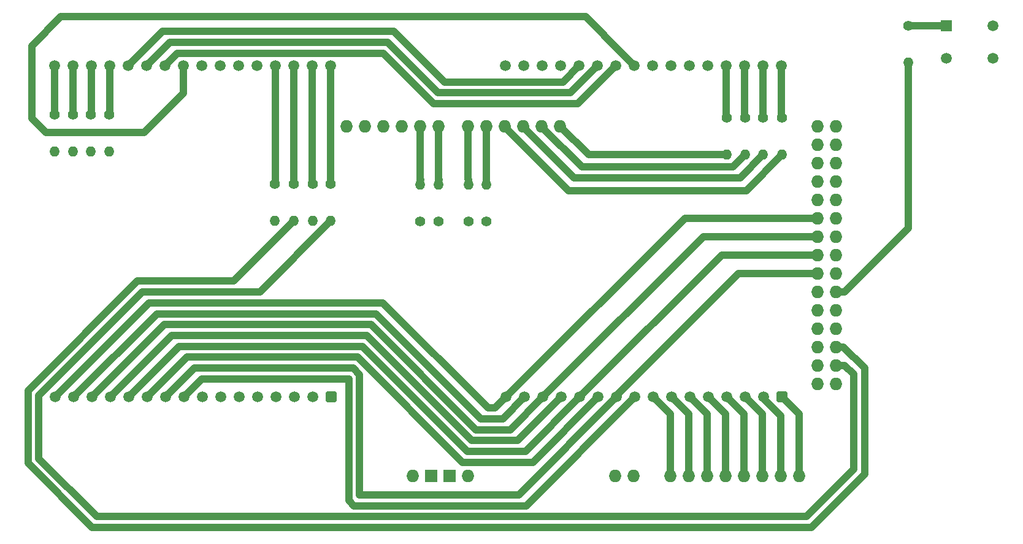
<source format=gbr>
%TF.GenerationSoftware,KiCad,Pcbnew,8.0.2*%
%TF.CreationDate,2024-05-10T09:20:42-04:00*%
%TF.ProjectId,Anastasiya Volgina - PCB Design,416e6173-7461-4736-9979-6120566f6c67,rev?*%
%TF.SameCoordinates,Original*%
%TF.FileFunction,Copper,L2,Bot*%
%TF.FilePolarity,Positive*%
%FSLAX46Y46*%
G04 Gerber Fmt 4.6, Leading zero omitted, Abs format (unit mm)*
G04 Created by KiCad (PCBNEW 8.0.2) date 2024-05-10 09:20:42*
%MOMM*%
%LPD*%
G01*
G04 APERTURE LIST*
G04 Aperture macros list*
%AMRoundRect*
0 Rectangle with rounded corners*
0 $1 Rounding radius*
0 $2 $3 $4 $5 $6 $7 $8 $9 X,Y pos of 4 corners*
0 Add a 4 corners polygon primitive as box body*
4,1,4,$2,$3,$4,$5,$6,$7,$8,$9,$2,$3,0*
0 Add four circle primitives for the rounded corners*
1,1,$1+$1,$2,$3*
1,1,$1+$1,$4,$5*
1,1,$1+$1,$6,$7*
1,1,$1+$1,$8,$9*
0 Add four rect primitives between the rounded corners*
20,1,$1+$1,$2,$3,$4,$5,0*
20,1,$1+$1,$4,$5,$6,$7,0*
20,1,$1+$1,$6,$7,$8,$9,0*
20,1,$1+$1,$8,$9,$2,$3,0*%
G04 Aperture macros list end*
%TA.AperFunction,ComponentPad*%
%ADD10C,1.400000*%
%TD*%
%TA.AperFunction,ComponentPad*%
%ADD11O,1.400000X1.400000*%
%TD*%
%TA.AperFunction,ComponentPad*%
%ADD12RoundRect,0.250000X-0.500000X-0.500000X0.500000X-0.500000X0.500000X0.500000X-0.500000X0.500000X0*%
%TD*%
%TA.AperFunction,ComponentPad*%
%ADD13C,1.500000*%
%TD*%
%TA.AperFunction,ComponentPad*%
%ADD14R,1.498000X1.498000*%
%TD*%
%TA.AperFunction,ComponentPad*%
%ADD15C,1.498000*%
%TD*%
%TA.AperFunction,ComponentPad*%
%ADD16O,1.727200X1.727200*%
%TD*%
%TA.AperFunction,ComponentPad*%
%ADD17R,1.727200X1.727200*%
%TD*%
%TA.AperFunction,Conductor*%
%ADD18C,1.000000*%
%TD*%
G04 APERTURE END LIST*
D10*
%TO.P,R6,1*%
%TO.N,Net-(D1-R6)*%
X225500000Y-105460000D03*
D11*
%TO.P,R6,2*%
%TO.N,/D3*%
X225500000Y-110540000D03*
%TD*%
D10*
%TO.P,R17,1*%
%TO.N,Net-(R17-Pad1)*%
X248000000Y-92760000D03*
D11*
%TO.P,R17,2*%
%TO.N,/D39*%
X248000000Y-97840000D03*
%TD*%
D10*
%TO.P,R15,1*%
%TO.N,Net-(D2-R7)*%
X165800000Y-114620000D03*
D11*
%TO.P,R15,2*%
%TO.N,/D44*%
X165800000Y-119700000D03*
%TD*%
D10*
%TO.P,R9,1*%
%TO.N,Net-(D2-R1)*%
X130200000Y-105000000D03*
D11*
%TO.P,R9,2*%
%TO.N,/D10*%
X130200000Y-110080000D03*
%TD*%
D10*
%TO.P,R11,1*%
%TO.N,Net-(D2-R3)*%
X135200000Y-105000000D03*
D11*
%TO.P,R11,2*%
%TO.N,/D12*%
X135200000Y-110080000D03*
%TD*%
D10*
%TO.P,R8,1*%
%TO.N,Net-(D1-R8)*%
X230600000Y-105460000D03*
D11*
%TO.P,R8,2*%
%TO.N,/D5*%
X230600000Y-110540000D03*
%TD*%
D10*
%TO.P,R1,1*%
%TO.N,Net-(D1-R1)*%
X180600000Y-119740000D03*
D11*
%TO.P,R1,2*%
%TO.N,/D9*%
X180600000Y-114660000D03*
%TD*%
D10*
%TO.P,R3,1*%
%TO.N,Net-(D1-R3)*%
X187300000Y-119780000D03*
D11*
%TO.P,R3,2*%
%TO.N,/D7*%
X187300000Y-114700000D03*
%TD*%
D12*
%TO.P,D2,1,CB1*%
%TO.N,/A15*%
X168340000Y-144000000D03*
D13*
%TO.P,D2,2,CB2*%
%TO.N,/A14*%
X165800000Y-144000000D03*
%TO.P,D2,3,CB3*%
%TO.N,/A13*%
X163260000Y-144000000D03*
%TO.P,D2,4,CB4*%
%TO.N,/A12*%
X160720000Y-144000000D03*
%TO.P,D2,5,CB5*%
%TO.N,/A11*%
X158180000Y-144000000D03*
%TO.P,D2,6,CB6*%
%TO.N,/A10*%
X155640000Y-144000000D03*
%TO.P,D2,7,CB7*%
%TO.N,/A9*%
X153100000Y-144000000D03*
%TO.P,D2,8,CB8*%
%TO.N,/A8*%
X150560000Y-144000000D03*
%TO.P,D2,9,CR1*%
%TO.N,/D37*%
X148020000Y-144000000D03*
%TO.P,D2,10,CR2*%
%TO.N,/D36*%
X145480000Y-144000000D03*
%TO.P,D2,11,CR3*%
%TO.N,/D35*%
X142940000Y-144000000D03*
%TO.P,D2,12,CR4*%
%TO.N,/D34*%
X140400000Y-144000000D03*
%TO.P,D2,13,CR5*%
%TO.N,/D33*%
X137860000Y-144000000D03*
%TO.P,D2,14,CR6*%
%TO.N,/D32*%
X135320000Y-144000000D03*
%TO.P,D2,15,CR7*%
%TO.N,/D31*%
X132780000Y-144000000D03*
%TO.P,D2,16,CR8*%
%TO.N,/D30*%
X130240000Y-144000000D03*
%TO.P,D2,17,R1*%
%TO.N,Net-(D2-R1)*%
X130145037Y-98279543D03*
%TO.P,D2,18,R2*%
%TO.N,Net-(D2-R2)*%
X132685037Y-98279543D03*
%TO.P,D2,19,R3*%
%TO.N,Net-(D2-R3)*%
X135225037Y-98279543D03*
%TO.P,D2,20,R4*%
%TO.N,Net-(D2-R4)*%
X137765037Y-98279543D03*
%TO.P,D2,21,CG8*%
%TO.N,/D28*%
X140305037Y-98279543D03*
%TO.P,D2,22,CG7*%
%TO.N,/D26*%
X142845037Y-98279543D03*
%TO.P,D2,23,CG6*%
%TO.N,/D24*%
X145385037Y-98279543D03*
%TO.P,D2,24,CG5*%
%TO.N,/D22*%
X147925037Y-98279543D03*
%TO.P,D2,25,CG4*%
%TO.N,/D23*%
X150465037Y-98279543D03*
%TO.P,D2,26,CG3*%
%TO.N,/D25*%
X153005037Y-98279543D03*
%TO.P,D2,27,CG2*%
%TO.N,/D27*%
X155545037Y-98279543D03*
%TO.P,D2,28,CG1*%
%TO.N,/D29*%
X158085037Y-98279543D03*
%TO.P,D2,29,R5*%
%TO.N,Net-(D2-R5)*%
X160625037Y-98279543D03*
%TO.P,D2,30,R6*%
%TO.N,Net-(D2-R6)*%
X163165037Y-98279543D03*
%TO.P,D2,31,R7*%
%TO.N,Net-(D2-R7)*%
X165705037Y-98279543D03*
%TO.P,D2,32,R8*%
%TO.N,Net-(D2-R8)*%
X168245037Y-98279543D03*
%TD*%
D10*
%TO.P,R12,1*%
%TO.N,Net-(D2-R4)*%
X137700000Y-105000000D03*
D11*
%TO.P,R12,2*%
%TO.N,/D13*%
X137700000Y-110080000D03*
%TD*%
D10*
%TO.P,R13,1*%
%TO.N,Net-(D2-R5)*%
X160600000Y-114620000D03*
D11*
%TO.P,R13,2*%
%TO.N,/D46*%
X160600000Y-119700000D03*
%TD*%
D10*
%TO.P,R2,1*%
%TO.N,Net-(D1-R2)*%
X183200000Y-119740000D03*
D11*
%TO.P,R2,2*%
%TO.N,/D8*%
X183200000Y-114660000D03*
%TD*%
D10*
%TO.P,R5,1*%
%TO.N,Net-(D1-R5)*%
X223000000Y-105460000D03*
D11*
%TO.P,R5,2*%
%TO.N,/D2*%
X223000000Y-110540000D03*
%TD*%
D10*
%TO.P,R14,1*%
%TO.N,Net-(D2-R6)*%
X163200000Y-114620000D03*
D11*
%TO.P,R14,2*%
%TO.N,/D45*%
X163200000Y-119700000D03*
%TD*%
D10*
%TO.P,R4,1*%
%TO.N,Net-(D1-R4)*%
X189800000Y-119780000D03*
D11*
%TO.P,R4,2*%
%TO.N,/D6*%
X189800000Y-114700000D03*
%TD*%
D14*
%TO.P,SW1,1,1*%
%TO.N,Net-(R17-Pad1)*%
X253250000Y-92750000D03*
D15*
%TO.P,SW1,2,2*%
%TO.N,/GND*%
X259750000Y-92750000D03*
%TO.P,SW1,3*%
%TO.N,N/C*%
X253250000Y-97250000D03*
%TO.P,SW1,4*%
X259750000Y-97250000D03*
%TD*%
D10*
%TO.P,R10,1*%
%TO.N,Net-(D2-R2)*%
X132700000Y-105000000D03*
D11*
%TO.P,R10,2*%
%TO.N,/D11*%
X132700000Y-110080000D03*
%TD*%
D10*
%TO.P,R16,1*%
%TO.N,Net-(D2-R8)*%
X168300000Y-114620000D03*
D11*
%TO.P,R16,2*%
%TO.N,/D47*%
X168300000Y-119700000D03*
%TD*%
D10*
%TO.P,R7,1*%
%TO.N,Net-(D1-R7)*%
X228000000Y-105460000D03*
D11*
%TO.P,R7,2*%
%TO.N,/D4*%
X228000000Y-110540000D03*
%TD*%
D12*
%TO.P,D1,1,CB1*%
%TO.N,/A15*%
X230594963Y-144000000D03*
D13*
%TO.P,D1,2,CB2*%
%TO.N,/A14*%
X228054963Y-144000000D03*
%TO.P,D1,3,CB3*%
%TO.N,/A13*%
X225514963Y-144000000D03*
%TO.P,D1,4,CB4*%
%TO.N,/A12*%
X222974963Y-144000000D03*
%TO.P,D1,5,CB5*%
%TO.N,/A11*%
X220434963Y-144000000D03*
%TO.P,D1,6,CB6*%
%TO.N,/A10*%
X217894963Y-144000000D03*
%TO.P,D1,7,CB7*%
%TO.N,/A9*%
X215354963Y-144000000D03*
%TO.P,D1,8,CB8*%
%TO.N,/A8*%
X212814963Y-144000000D03*
%TO.P,D1,9,CR1*%
%TO.N,/D37*%
X210274963Y-144000000D03*
%TO.P,D1,10,CR2*%
%TO.N,/D36*%
X207734963Y-144000000D03*
%TO.P,D1,11,CR3*%
%TO.N,/D35*%
X205194963Y-144000000D03*
%TO.P,D1,12,CR4*%
%TO.N,/D34*%
X202654963Y-144000000D03*
%TO.P,D1,13,CR5*%
%TO.N,/D33*%
X200114963Y-144000000D03*
%TO.P,D1,14,CR6*%
%TO.N,/D32*%
X197574963Y-144000000D03*
%TO.P,D1,15,CR7*%
%TO.N,/D31*%
X195034963Y-144000000D03*
%TO.P,D1,16,CR8*%
%TO.N,/D30*%
X192494963Y-144000000D03*
%TO.P,D1,17,R1*%
%TO.N,Net-(D1-R1)*%
X192400000Y-98279543D03*
%TO.P,D1,18,R2*%
%TO.N,Net-(D1-R2)*%
X194940000Y-98279543D03*
%TO.P,D1,19,R3*%
%TO.N,Net-(D1-R3)*%
X197480000Y-98279543D03*
%TO.P,D1,20,R4*%
%TO.N,Net-(D1-R4)*%
X200020000Y-98279543D03*
%TO.P,D1,21,CG8*%
%TO.N,/D28*%
X202560000Y-98279543D03*
%TO.P,D1,22,CG7*%
%TO.N,/D26*%
X205100000Y-98279543D03*
%TO.P,D1,23,CG6*%
%TO.N,/D24*%
X207640000Y-98279543D03*
%TO.P,D1,24,CG5*%
%TO.N,/D22*%
X210180000Y-98279543D03*
%TO.P,D1,25,CG4*%
%TO.N,/D23*%
X212720000Y-98279543D03*
%TO.P,D1,26,CG3*%
%TO.N,/D25*%
X215260000Y-98279543D03*
%TO.P,D1,27,CG2*%
%TO.N,/D27*%
X217800000Y-98279543D03*
%TO.P,D1,28,CG1*%
%TO.N,/D29*%
X220340000Y-98279543D03*
%TO.P,D1,29,R5*%
%TO.N,Net-(D1-R5)*%
X222880000Y-98279543D03*
%TO.P,D1,30,R6*%
%TO.N,Net-(D1-R6)*%
X225420000Y-98279543D03*
%TO.P,D1,31,R7*%
%TO.N,Net-(D1-R7)*%
X227960000Y-98279543D03*
%TO.P,D1,32,R8*%
%TO.N,Net-(D1-R8)*%
X230500000Y-98279543D03*
%TD*%
D16*
%TO.P,A1,5V1,5V*%
%TO.N,unconnected-(A1-5V-Pad5V1)*%
X179630000Y-154850000D03*
%TO.P,A1,5V3,5V*%
%TO.N,unconnected-(A1-5V-Pad5V3)*%
X235500000Y-106600000D03*
%TO.P,A1,5V4,5V*%
%TO.N,unconnected-(A1-5V-Pad5V4)*%
X238040000Y-106600000D03*
%TO.P,A1,A6,A6*%
%TO.N,/A6*%
X207570000Y-154850000D03*
%TO.P,A1,A7,A7*%
%TO.N,/A7*%
X210110000Y-154850000D03*
%TO.P,A1,A8,PK0*%
%TO.N,/A8*%
X215190000Y-154850000D03*
%TO.P,A1,A9,PK1*%
%TO.N,/A9*%
X217730000Y-154850000D03*
%TO.P,A1,A10,PK2*%
%TO.N,/A10*%
X220270000Y-154850000D03*
%TO.P,A1,A11,PK3*%
%TO.N,/A11*%
X222810000Y-154850000D03*
%TO.P,A1,A12,PK4*%
%TO.N,/A12*%
X225350000Y-154850000D03*
%TO.P,A1,A13,PK5*%
%TO.N,/A13*%
X227890000Y-154850000D03*
%TO.P,A1,A14,PK6*%
%TO.N,/A14*%
X230430000Y-154850000D03*
%TO.P,A1,A15,PK7*%
%TO.N,/A15*%
X232970000Y-154850000D03*
%TO.P,A1,D2,D2_INT0*%
%TO.N,/D2*%
X199940000Y-106600000D03*
%TO.P,A1,D3,D3_INT1*%
%TO.N,/D3*%
X197400000Y-106600000D03*
%TO.P,A1,D4,D4*%
%TO.N,/D4*%
X194860000Y-106600000D03*
%TO.P,A1,D5,D5*%
%TO.N,/D5*%
X192320000Y-106600000D03*
%TO.P,A1,D6,D6*%
%TO.N,/D6*%
X189780000Y-106600000D03*
%TO.P,A1,D7,D7*%
%TO.N,/D7*%
X187240000Y-106600000D03*
%TO.P,A1,D8,D8*%
%TO.N,/D8*%
X183176000Y-106600000D03*
%TO.P,A1,D9,D9*%
%TO.N,/D9*%
X180636000Y-106600000D03*
%TO.P,A1,D10,D10*%
%TO.N,/D10*%
X178096000Y-106600000D03*
%TO.P,A1,D11,D11*%
%TO.N,/D11*%
X175556000Y-106600000D03*
%TO.P,A1,D12,D12*%
%TO.N,/D12*%
X173016000Y-106600000D03*
%TO.P,A1,D13,D13*%
%TO.N,/D13*%
X170476000Y-106600000D03*
%TO.P,A1,D22,PA0*%
%TO.N,/D22*%
X235500000Y-109140000D03*
%TO.P,A1,D23,PA1*%
%TO.N,/D23*%
X238040000Y-109140000D03*
%TO.P,A1,D24,PA2*%
%TO.N,/D24*%
X235500000Y-111680000D03*
%TO.P,A1,D25,PA3*%
%TO.N,/D25*%
X238040000Y-111680000D03*
%TO.P,A1,D26,PA4*%
%TO.N,/D26*%
X235500000Y-114220000D03*
%TO.P,A1,D27,PA5*%
%TO.N,/D27*%
X238040000Y-114220000D03*
%TO.P,A1,D28,PA6*%
%TO.N,/D28*%
X235500000Y-116760000D03*
%TO.P,A1,D29,PA7*%
%TO.N,/D29*%
X238040000Y-116760000D03*
%TO.P,A1,D30,PC7*%
%TO.N,/D30*%
X235500000Y-119300000D03*
%TO.P,A1,D31,PC6*%
%TO.N,/D31*%
X238040000Y-119300000D03*
%TO.P,A1,D32,PC5*%
%TO.N,/D32*%
X235500000Y-121840000D03*
%TO.P,A1,D33,PC4*%
%TO.N,/D33*%
X238040000Y-121840000D03*
%TO.P,A1,D34,PC3*%
%TO.N,/D34*%
X235500000Y-124380000D03*
%TO.P,A1,D35,PC2*%
%TO.N,/D35*%
X238040000Y-124380000D03*
%TO.P,A1,D36,PC1*%
%TO.N,/D36*%
X235500000Y-126920000D03*
%TO.P,A1,D37,PC0*%
%TO.N,/D37*%
X238040000Y-126920000D03*
%TO.P,A1,D38,D38*%
%TO.N,unconnected-(A1-PadD38)*%
X235500000Y-129460000D03*
%TO.P,A1,D39,D39*%
%TO.N,/D39*%
X238040000Y-129460000D03*
%TO.P,A1,D40,D40*%
%TO.N,unconnected-(A1-PadD40)*%
X235500000Y-132000000D03*
%TO.P,A1,D41,D41*%
%TO.N,unconnected-(A1-PadD41)*%
X238040000Y-132000000D03*
%TO.P,A1,D42,D42*%
%TO.N,unconnected-(A1-PadD42)*%
X235500000Y-134540000D03*
%TO.P,A1,D43,D43*%
%TO.N,unconnected-(A1-PadD43)*%
X238040000Y-134540000D03*
%TO.P,A1,D44,D44*%
%TO.N,/D44*%
X235500000Y-137080000D03*
%TO.P,A1,D45,D45*%
%TO.N,/D45*%
X238040000Y-137080000D03*
%TO.P,A1,D46,D46*%
%TO.N,/D46*%
X235500000Y-139620000D03*
%TO.P,A1,D47,D47*%
%TO.N,/D47*%
X238040000Y-139620000D03*
%TO.P,A1,D48,D48*%
%TO.N,unconnected-(A1-PadD48)*%
X235500000Y-142160000D03*
%TO.P,A1,D49,D49*%
%TO.N,unconnected-(A1-PadD49)*%
X238040000Y-142160000D03*
D17*
%TO.P,A1,GND2,GND*%
%TO.N,/GND*%
X182170000Y-154850000D03*
%TO.P,A1,GND3,GND*%
%TO.N,unconnected-(A1-GND-PadGND3)*%
X184710000Y-154850000D03*
D16*
%TO.P,A1,VIN,VIN*%
%TO.N,unconnected-(A1-PadVIN)*%
X187250000Y-154850000D03*
%TD*%
D18*
%TO.N,Net-(D2-R4)*%
X137765037Y-98279543D02*
X137765037Y-104934963D01*
%TO.N,Net-(D2-R2)*%
X132685037Y-98279543D02*
X132685037Y-104985037D01*
%TO.N,Net-(D2-R5)*%
X160625037Y-98279543D02*
X160625037Y-114594963D01*
X160625037Y-114594963D02*
X160600000Y-114620000D01*
%TO.N,Net-(D1-R7)*%
X227960000Y-105420000D02*
X228000000Y-105460000D01*
X227960000Y-98279543D02*
X227960000Y-105420000D01*
%TO.N,Net-(D1-R8)*%
X230500000Y-98279543D02*
X230500000Y-105360000D01*
X230500000Y-105360000D02*
X230600000Y-105460000D01*
%TO.N,Net-(D1-R5)*%
X222880000Y-105340000D02*
X223000000Y-105460000D01*
X222880000Y-98279543D02*
X222880000Y-105340000D01*
%TO.N,/D7*%
X187240000Y-113940000D02*
X187300000Y-114000000D01*
X187240000Y-106600000D02*
X187240000Y-113940000D01*
%TO.N,/D5*%
X192320000Y-106695529D02*
X192320000Y-106600000D01*
X230600000Y-110540000D02*
X225640000Y-115500000D01*
X201124471Y-115500000D02*
X192320000Y-106695529D01*
X225640000Y-115500000D02*
X201124471Y-115500000D01*
%TO.N,Net-(D2-R3)*%
X135225037Y-98279543D02*
X135225037Y-104974963D01*
%TO.N,Net-(D2-R1)*%
X130145037Y-98279543D02*
X130145037Y-104945037D01*
%TO.N,Net-(D2-R8)*%
X168245037Y-114565037D02*
X168300000Y-114620000D01*
X168245037Y-98279543D02*
X168245037Y-114565037D01*
%TO.N,Net-(D2-R6)*%
X163165037Y-114585037D02*
X163200000Y-114620000D01*
X163165037Y-98279543D02*
X163165037Y-114585037D01*
%TO.N,Net-(D1-R6)*%
X225420000Y-98279543D02*
X225420000Y-105380000D01*
X225420000Y-105380000D02*
X225500000Y-105460000D01*
%TO.N,Net-(D2-R7)*%
X165705037Y-98279543D02*
X165705037Y-114525037D01*
X165705037Y-114525037D02*
X165800000Y-114620000D01*
%TO.N,/D35*%
X148440000Y-138500000D02*
X172014720Y-138500000D01*
X142940000Y-144000000D02*
X148440000Y-138500000D01*
X172014720Y-138500000D02*
X186514720Y-153000000D01*
X186514720Y-153000000D02*
X196194963Y-153000000D01*
X196194963Y-153000000D02*
X205194963Y-144000000D01*
%TO.N,/A13*%
X225514963Y-144000000D02*
X227880000Y-146365037D01*
X227880000Y-146365037D02*
X227880000Y-154160000D01*
%TO.N,/A15*%
X230594963Y-144000000D02*
X232960000Y-146365037D01*
X232960000Y-146365037D02*
X232960000Y-154160000D01*
%TO.N,/D37*%
X171500000Y-159000000D02*
X195274963Y-159000000D01*
X148020000Y-144000000D02*
X150520000Y-141500000D01*
X170772080Y-158272080D02*
X171500000Y-159000000D01*
X170772080Y-141500000D02*
X170772080Y-158272080D01*
X195274963Y-159000000D02*
X210274963Y-144000000D01*
X150520000Y-141500000D02*
X170772080Y-141500000D01*
%TO.N,/D2*%
X203880000Y-110540000D02*
X199940000Y-106600000D01*
X223000000Y-110540000D02*
X203880000Y-110540000D01*
%TO.N,/A9*%
X217720000Y-146365037D02*
X217720000Y-154160000D01*
X215354963Y-144000000D02*
X217720000Y-146365037D01*
%TO.N,/A12*%
X225340000Y-146365037D02*
X225340000Y-154160000D01*
X222974963Y-144000000D02*
X225340000Y-146365037D01*
%TO.N,/D9*%
X180636000Y-113924000D02*
X180600000Y-113960000D01*
X180636000Y-113896000D02*
X180700000Y-113960000D01*
X180636000Y-106600000D02*
X180636000Y-113924000D01*
%TO.N,/D44*%
X235420000Y-137000000D02*
X235500000Y-137080000D01*
%TO.N,/A10*%
X220260000Y-146365037D02*
X220260000Y-154160000D01*
X217894963Y-144000000D02*
X220260000Y-146365037D01*
%TO.N,/D26*%
X183121320Y-102000000D02*
X176150863Y-95029543D01*
X146095037Y-95029543D02*
X142845037Y-98279543D01*
X176150863Y-95029543D02*
X146095037Y-95029543D01*
X183121320Y-102000000D02*
X201379543Y-102000000D01*
X201379543Y-102000000D02*
X205100000Y-98279543D01*
%TO.N,/D24*%
X147135037Y-96529543D02*
X145385037Y-98279543D01*
X202419543Y-103500000D02*
X207640000Y-98279543D01*
X182500000Y-103500000D02*
X175529543Y-96529543D01*
X175529543Y-96529543D02*
X147135037Y-96529543D01*
X182500000Y-103500000D02*
X202419543Y-103500000D01*
%TO.N,/D47*%
X168300000Y-119700000D02*
X158500000Y-129500000D01*
X234000000Y-160500000D02*
X240500000Y-154000000D01*
X128000000Y-143765126D02*
X128000000Y-152500000D01*
X142265126Y-129500000D02*
X128000000Y-143765126D01*
X240500000Y-140858686D02*
X239261314Y-139620000D01*
X158500000Y-129500000D02*
X142265126Y-129500000D01*
X128000000Y-152500000D02*
X136000000Y-160500000D01*
X239261314Y-139620000D02*
X238040000Y-139620000D01*
X136000000Y-160500000D02*
X234000000Y-160500000D01*
X240500000Y-154000000D02*
X240500000Y-140858686D01*
%TO.N,/D22*%
X206000000Y-94000000D02*
X203500000Y-91500000D01*
X210180000Y-98279543D02*
X206000000Y-94099543D01*
X147925037Y-102074963D02*
X147925037Y-98279543D01*
X142500000Y-107500000D02*
X147925037Y-102074963D01*
X127000000Y-105500000D02*
X129000000Y-107500000D01*
X129000000Y-107500000D02*
X142500000Y-107500000D01*
X131000000Y-91500000D02*
X127000000Y-95500000D01*
X206000000Y-94099543D02*
X206000000Y-94000000D01*
X127000000Y-95500000D02*
X127000000Y-105500000D01*
X203500000Y-91500000D02*
X131000000Y-91500000D01*
%TO.N,/D3*%
X223800000Y-112240000D02*
X202944471Y-112240000D01*
X225500000Y-110540000D02*
X223800000Y-112240000D01*
X197400000Y-106695529D02*
X197400000Y-106600000D01*
X202944471Y-112240000D02*
X197400000Y-106695529D01*
%TO.N,/D46*%
X235380000Y-139500000D02*
X235500000Y-139620000D01*
%TO.N,/D45*%
X234621320Y-162000000D02*
X242000000Y-154621320D01*
X141643806Y-128000000D02*
X126500000Y-143143806D01*
X135378680Y-162000000D02*
X234621320Y-162000000D01*
X154900000Y-128000000D02*
X141643806Y-128000000D01*
X126500000Y-143143806D02*
X126500000Y-153121320D01*
X163200000Y-119700000D02*
X154900000Y-128000000D01*
X126500000Y-153121320D02*
X135378680Y-162000000D01*
X242000000Y-154621320D02*
X242000000Y-140000000D01*
X239080000Y-137080000D02*
X238040000Y-137080000D01*
X242000000Y-140000000D02*
X239080000Y-137080000D01*
%TO.N,/D36*%
X172272080Y-157500000D02*
X194234963Y-157500000D01*
X194234963Y-157500000D02*
X207734963Y-144000000D01*
X224580000Y-126920000D02*
X235500000Y-126920000D01*
X207734963Y-144000000D02*
X207734963Y-143765037D01*
X149480000Y-140000000D02*
X171393400Y-140000000D01*
X145480000Y-144000000D02*
X149480000Y-140000000D01*
X207734963Y-143765037D02*
X224580000Y-126920000D01*
X172272080Y-140878680D02*
X172272080Y-157500000D01*
X171393400Y-140000000D02*
X172272080Y-140878680D01*
%TO.N,/D32*%
X135320000Y-144000000D02*
X145320000Y-134000000D01*
X197574963Y-144000000D02*
X219734963Y-121840000D01*
X219734963Y-121840000D02*
X235500000Y-121840000D01*
X145320000Y-134000000D02*
X173878680Y-134000000D01*
X173878680Y-134000000D02*
X188378680Y-148500000D01*
X193074963Y-148500000D02*
X197574963Y-144000000D01*
X188378680Y-148500000D02*
X193074963Y-148500000D01*
%TO.N,/D31*%
X174500000Y-132500000D02*
X144280000Y-132500000D01*
X195034963Y-144000000D02*
X192034963Y-147000000D01*
X144280000Y-132500000D02*
X132780000Y-144000000D01*
X189000000Y-147000000D02*
X174500000Y-132500000D01*
X192034963Y-147000000D02*
X189000000Y-147000000D01*
%TO.N,/D28*%
X184000000Y-100500000D02*
X177029543Y-93529543D01*
X145055037Y-93529543D02*
X140305037Y-98279543D01*
X200339543Y-100500000D02*
X202560000Y-98279543D01*
X184000000Y-100500000D02*
X200339543Y-100500000D01*
X177029543Y-93529543D02*
X145055037Y-93529543D01*
%TO.N,/A8*%
X212814963Y-144000000D02*
X215180000Y-146365037D01*
X215180000Y-146365037D02*
X215180000Y-154160000D01*
%TO.N,/D8*%
X183176000Y-113936000D02*
X183200000Y-113960000D01*
X183176000Y-106600000D02*
X183176000Y-113936000D01*
X183176000Y-113836000D02*
X183300000Y-113960000D01*
%TO.N,/A14*%
X230420000Y-146599731D02*
X230420000Y-154160000D01*
X228054963Y-144234694D02*
X230420000Y-146599731D01*
%TO.N,/D33*%
X173257360Y-135500000D02*
X187757360Y-150000000D01*
X137860000Y-144000000D02*
X146360000Y-135500000D01*
X146360000Y-135500000D02*
X173257360Y-135500000D01*
X187757360Y-150000000D02*
X194114963Y-150000000D01*
X194114963Y-150000000D02*
X200114963Y-144000000D01*
%TO.N,/D34*%
X172636040Y-137000000D02*
X187136040Y-151500000D01*
X147400000Y-137000000D02*
X172636040Y-137000000D01*
X202654963Y-144000000D02*
X222274963Y-124380000D01*
X187136040Y-151500000D02*
X195154963Y-151500000D01*
X222274963Y-124380000D02*
X235500000Y-124380000D01*
X195154963Y-151500000D02*
X202654963Y-144000000D01*
X140400000Y-144000000D02*
X147400000Y-137000000D01*
%TO.N,Net-(R17-Pad1)*%
X248000000Y-92760000D02*
X253240000Y-92760000D01*
X253240000Y-92760000D02*
X253250000Y-92750000D01*
X252960000Y-92460000D02*
X253250000Y-92750000D01*
%TO.N,/D6*%
X189780000Y-113980000D02*
X189800000Y-114000000D01*
X189780000Y-106600000D02*
X189780000Y-113980000D01*
%TO.N,/A11*%
X220434963Y-144000000D02*
X222800000Y-146365037D01*
X222800000Y-146365037D02*
X222800000Y-154160000D01*
%TO.N,/D4*%
X224800000Y-113740000D02*
X201904471Y-113740000D01*
X228000000Y-110540000D02*
X224800000Y-113740000D01*
X201904471Y-113740000D02*
X194860000Y-106695529D01*
X194860000Y-106695529D02*
X194860000Y-106600000D01*
%TO.N,/D30*%
X192494963Y-144000000D02*
X190994963Y-145500000D01*
X190994963Y-145500000D02*
X190000000Y-145500000D01*
X175500000Y-131000000D02*
X143240000Y-131000000D01*
X192494963Y-144000000D02*
X217194963Y-119300000D01*
X143240000Y-131000000D02*
X130240000Y-144000000D01*
X217194963Y-119300000D02*
X235500000Y-119300000D01*
X190000000Y-145500000D02*
X175500000Y-131000000D01*
%TO.N,/D39*%
X248000000Y-120721314D02*
X248000000Y-97840000D01*
X239261314Y-129460000D02*
X248000000Y-120721314D01*
X238040000Y-129460000D02*
X239261314Y-129460000D01*
%TD*%
M02*

</source>
